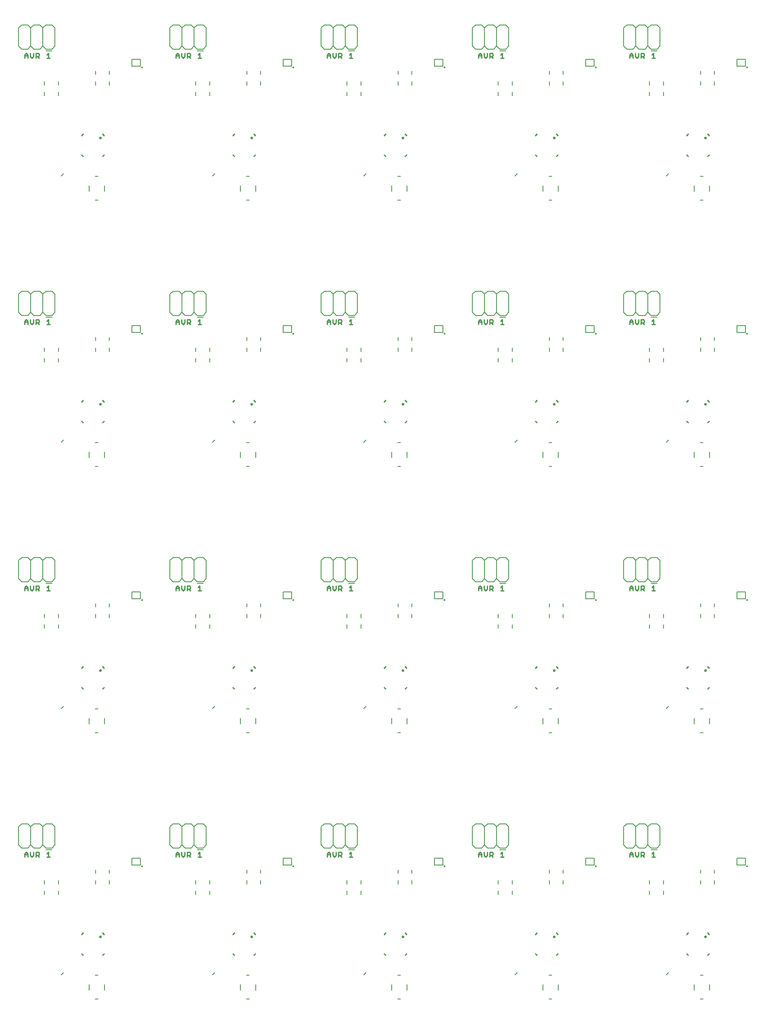
<source format=gbo>
G75*
G70*
%OFA0B0*%
%FSLAX24Y24*%
%IPPOS*%
%LPD*%
%AMOC8*
5,1,8,0,0,1.08239X$1,22.5*
%
%ADD10C,0.0090*%
%ADD11C,0.0080*%
%ADD12C,0.0100*%
D10*
X001650Y018026D02*
X001650Y018300D01*
X001787Y018437D01*
X001924Y018300D01*
X001924Y018026D01*
X001924Y018232D02*
X001650Y018232D01*
X002111Y018163D02*
X002247Y018026D01*
X002384Y018163D01*
X002384Y018437D01*
X002571Y018437D02*
X002776Y018437D01*
X002845Y018368D01*
X002845Y018232D01*
X002776Y018163D01*
X002571Y018163D01*
X002571Y018026D02*
X002571Y018437D01*
X002708Y018163D02*
X002845Y018026D01*
X003492Y018026D02*
X003765Y018026D01*
X003629Y018026D02*
X003629Y018437D01*
X003492Y018300D01*
X002111Y018437D02*
X002111Y018163D01*
X014150Y018232D02*
X014424Y018232D01*
X014424Y018300D02*
X014424Y018026D01*
X014611Y018163D02*
X014747Y018026D01*
X014884Y018163D01*
X014884Y018437D01*
X015071Y018437D02*
X015276Y018437D01*
X015345Y018368D01*
X015345Y018232D01*
X015276Y018163D01*
X015071Y018163D01*
X015071Y018026D02*
X015071Y018437D01*
X015208Y018163D02*
X015345Y018026D01*
X015992Y018026D02*
X016265Y018026D01*
X016129Y018026D02*
X016129Y018437D01*
X015992Y018300D01*
X014611Y018437D02*
X014611Y018163D01*
X014424Y018300D02*
X014287Y018437D01*
X014150Y018300D01*
X014150Y018026D01*
X026650Y018026D02*
X026650Y018300D01*
X026787Y018437D01*
X026924Y018300D01*
X026924Y018026D01*
X026924Y018232D02*
X026650Y018232D01*
X027111Y018163D02*
X027247Y018026D01*
X027384Y018163D01*
X027384Y018437D01*
X027571Y018437D02*
X027776Y018437D01*
X027845Y018368D01*
X027845Y018232D01*
X027776Y018163D01*
X027571Y018163D01*
X027571Y018026D02*
X027571Y018437D01*
X027708Y018163D02*
X027845Y018026D01*
X028492Y018026D02*
X028765Y018026D01*
X028629Y018026D02*
X028629Y018437D01*
X028492Y018300D01*
X027111Y018437D02*
X027111Y018163D01*
X039150Y018232D02*
X039424Y018232D01*
X039424Y018300D02*
X039424Y018026D01*
X039611Y018163D02*
X039747Y018026D01*
X039884Y018163D01*
X039884Y018437D01*
X040071Y018437D02*
X040276Y018437D01*
X040345Y018368D01*
X040345Y018232D01*
X040276Y018163D01*
X040071Y018163D01*
X040071Y018026D02*
X040071Y018437D01*
X040208Y018163D02*
X040345Y018026D01*
X040992Y018026D02*
X041265Y018026D01*
X041129Y018026D02*
X041129Y018437D01*
X040992Y018300D01*
X039611Y018437D02*
X039611Y018163D01*
X039424Y018300D02*
X039287Y018437D01*
X039150Y018300D01*
X039150Y018026D01*
X051650Y018026D02*
X051650Y018300D01*
X051787Y018437D01*
X051924Y018300D01*
X051924Y018026D01*
X051924Y018232D02*
X051650Y018232D01*
X052111Y018163D02*
X052247Y018026D01*
X052384Y018163D01*
X052384Y018437D01*
X052571Y018437D02*
X052776Y018437D01*
X052845Y018368D01*
X052845Y018232D01*
X052776Y018163D01*
X052571Y018163D01*
X052571Y018026D02*
X052571Y018437D01*
X052708Y018163D02*
X052845Y018026D01*
X053492Y018026D02*
X053765Y018026D01*
X053629Y018026D02*
X053629Y018437D01*
X053492Y018300D01*
X052111Y018437D02*
X052111Y018163D01*
X052247Y040026D02*
X052111Y040163D01*
X052111Y040437D01*
X051924Y040300D02*
X051787Y040437D01*
X051650Y040300D01*
X051650Y040026D01*
X051650Y040232D02*
X051924Y040232D01*
X051924Y040300D02*
X051924Y040026D01*
X052247Y040026D02*
X052384Y040163D01*
X052384Y040437D01*
X052571Y040437D02*
X052776Y040437D01*
X052845Y040368D01*
X052845Y040232D01*
X052776Y040163D01*
X052571Y040163D01*
X052571Y040026D02*
X052571Y040437D01*
X052708Y040163D02*
X052845Y040026D01*
X053492Y040026D02*
X053765Y040026D01*
X053629Y040026D02*
X053629Y040437D01*
X053492Y040300D01*
X041265Y040026D02*
X040992Y040026D01*
X041129Y040026D02*
X041129Y040437D01*
X040992Y040300D01*
X040345Y040368D02*
X040276Y040437D01*
X040071Y040437D01*
X040071Y040026D01*
X040071Y040163D02*
X040276Y040163D01*
X040345Y040232D01*
X040345Y040368D01*
X040208Y040163D02*
X040345Y040026D01*
X039884Y040163D02*
X039884Y040437D01*
X039611Y040437D02*
X039611Y040163D01*
X039747Y040026D01*
X039884Y040163D01*
X039424Y040232D02*
X039150Y040232D01*
X039150Y040300D02*
X039287Y040437D01*
X039424Y040300D01*
X039424Y040026D01*
X039150Y040026D02*
X039150Y040300D01*
X028765Y040026D02*
X028492Y040026D01*
X028629Y040026D02*
X028629Y040437D01*
X028492Y040300D01*
X027845Y040368D02*
X027776Y040437D01*
X027571Y040437D01*
X027571Y040026D01*
X027571Y040163D02*
X027776Y040163D01*
X027845Y040232D01*
X027845Y040368D01*
X027708Y040163D02*
X027845Y040026D01*
X027384Y040163D02*
X027384Y040437D01*
X027111Y040437D02*
X027111Y040163D01*
X027247Y040026D01*
X027384Y040163D01*
X026924Y040232D02*
X026650Y040232D01*
X026650Y040300D02*
X026787Y040437D01*
X026924Y040300D01*
X026924Y040026D01*
X026650Y040026D02*
X026650Y040300D01*
X016265Y040026D02*
X015992Y040026D01*
X016129Y040026D02*
X016129Y040437D01*
X015992Y040300D01*
X015345Y040368D02*
X015276Y040437D01*
X015071Y040437D01*
X015071Y040026D01*
X015071Y040163D02*
X015276Y040163D01*
X015345Y040232D01*
X015345Y040368D01*
X015208Y040163D02*
X015345Y040026D01*
X014884Y040163D02*
X014884Y040437D01*
X014611Y040437D02*
X014611Y040163D01*
X014747Y040026D01*
X014884Y040163D01*
X014424Y040232D02*
X014150Y040232D01*
X014150Y040300D02*
X014287Y040437D01*
X014424Y040300D01*
X014424Y040026D01*
X014150Y040026D02*
X014150Y040300D01*
X003765Y040026D02*
X003492Y040026D01*
X003629Y040026D02*
X003629Y040437D01*
X003492Y040300D01*
X002845Y040368D02*
X002776Y040437D01*
X002571Y040437D01*
X002571Y040026D01*
X002571Y040163D02*
X002776Y040163D01*
X002845Y040232D01*
X002845Y040368D01*
X002708Y040163D02*
X002845Y040026D01*
X002384Y040163D02*
X002384Y040437D01*
X002111Y040437D02*
X002111Y040163D01*
X002247Y040026D01*
X002384Y040163D01*
X001924Y040232D02*
X001650Y040232D01*
X001650Y040300D02*
X001787Y040437D01*
X001924Y040300D01*
X001924Y040026D01*
X001650Y040026D02*
X001650Y040300D01*
X001650Y062026D02*
X001650Y062300D01*
X001787Y062437D01*
X001924Y062300D01*
X001924Y062026D01*
X001924Y062232D02*
X001650Y062232D01*
X002111Y062163D02*
X002111Y062437D01*
X002384Y062437D02*
X002384Y062163D01*
X002247Y062026D01*
X002111Y062163D01*
X002571Y062163D02*
X002776Y062163D01*
X002845Y062232D01*
X002845Y062368D01*
X002776Y062437D01*
X002571Y062437D01*
X002571Y062026D01*
X002708Y062163D02*
X002845Y062026D01*
X003492Y062026D02*
X003765Y062026D01*
X003629Y062026D02*
X003629Y062437D01*
X003492Y062300D01*
X014150Y062300D02*
X014287Y062437D01*
X014424Y062300D01*
X014424Y062026D01*
X014424Y062232D02*
X014150Y062232D01*
X014150Y062300D02*
X014150Y062026D01*
X014611Y062163D02*
X014611Y062437D01*
X014884Y062437D02*
X014884Y062163D01*
X014747Y062026D01*
X014611Y062163D01*
X015071Y062163D02*
X015276Y062163D01*
X015345Y062232D01*
X015345Y062368D01*
X015276Y062437D01*
X015071Y062437D01*
X015071Y062026D01*
X015208Y062163D02*
X015345Y062026D01*
X015992Y062026D02*
X016265Y062026D01*
X016129Y062026D02*
X016129Y062437D01*
X015992Y062300D01*
X026650Y062300D02*
X026787Y062437D01*
X026924Y062300D01*
X026924Y062026D01*
X026924Y062232D02*
X026650Y062232D01*
X026650Y062300D02*
X026650Y062026D01*
X027111Y062163D02*
X027111Y062437D01*
X027384Y062437D02*
X027384Y062163D01*
X027247Y062026D01*
X027111Y062163D01*
X027571Y062163D02*
X027776Y062163D01*
X027845Y062232D01*
X027845Y062368D01*
X027776Y062437D01*
X027571Y062437D01*
X027571Y062026D01*
X027708Y062163D02*
X027845Y062026D01*
X028492Y062026D02*
X028765Y062026D01*
X028629Y062026D02*
X028629Y062437D01*
X028492Y062300D01*
X039150Y062300D02*
X039287Y062437D01*
X039424Y062300D01*
X039424Y062026D01*
X039424Y062232D02*
X039150Y062232D01*
X039150Y062300D02*
X039150Y062026D01*
X039611Y062163D02*
X039611Y062437D01*
X039884Y062437D02*
X039884Y062163D01*
X039747Y062026D01*
X039611Y062163D01*
X040071Y062163D02*
X040276Y062163D01*
X040345Y062232D01*
X040345Y062368D01*
X040276Y062437D01*
X040071Y062437D01*
X040071Y062026D01*
X040208Y062163D02*
X040345Y062026D01*
X040992Y062026D02*
X041265Y062026D01*
X041129Y062026D02*
X041129Y062437D01*
X040992Y062300D01*
X051650Y062300D02*
X051787Y062437D01*
X051924Y062300D01*
X051924Y062026D01*
X051924Y062232D02*
X051650Y062232D01*
X051650Y062300D02*
X051650Y062026D01*
X052111Y062163D02*
X052247Y062026D01*
X052384Y062163D01*
X052384Y062437D01*
X052571Y062437D02*
X052776Y062437D01*
X052845Y062368D01*
X052845Y062232D01*
X052776Y062163D01*
X052571Y062163D01*
X052571Y062026D02*
X052571Y062437D01*
X052708Y062163D02*
X052845Y062026D01*
X053492Y062026D02*
X053765Y062026D01*
X053629Y062026D02*
X053629Y062437D01*
X053492Y062300D01*
X052111Y062437D02*
X052111Y062163D01*
X052247Y084026D02*
X052111Y084163D01*
X052111Y084437D01*
X051924Y084300D02*
X051787Y084437D01*
X051650Y084300D01*
X051650Y084026D01*
X051650Y084232D02*
X051924Y084232D01*
X051924Y084300D02*
X051924Y084026D01*
X052247Y084026D02*
X052384Y084163D01*
X052384Y084437D01*
X052571Y084437D02*
X052776Y084437D01*
X052845Y084368D01*
X052845Y084232D01*
X052776Y084163D01*
X052571Y084163D01*
X052571Y084026D02*
X052571Y084437D01*
X052708Y084163D02*
X052845Y084026D01*
X053492Y084026D02*
X053765Y084026D01*
X053629Y084026D02*
X053629Y084437D01*
X053492Y084300D01*
X041265Y084026D02*
X040992Y084026D01*
X041129Y084026D02*
X041129Y084437D01*
X040992Y084300D01*
X040345Y084368D02*
X040345Y084232D01*
X040276Y084163D01*
X040071Y084163D01*
X040071Y084026D02*
X040071Y084437D01*
X040276Y084437D01*
X040345Y084368D01*
X040208Y084163D02*
X040345Y084026D01*
X039884Y084163D02*
X039884Y084437D01*
X039611Y084437D02*
X039611Y084163D01*
X039747Y084026D01*
X039884Y084163D01*
X039424Y084232D02*
X039150Y084232D01*
X039150Y084300D02*
X039287Y084437D01*
X039424Y084300D01*
X039424Y084026D01*
X039150Y084026D02*
X039150Y084300D01*
X028765Y084026D02*
X028492Y084026D01*
X028629Y084026D02*
X028629Y084437D01*
X028492Y084300D01*
X027845Y084368D02*
X027845Y084232D01*
X027776Y084163D01*
X027571Y084163D01*
X027571Y084026D02*
X027571Y084437D01*
X027776Y084437D01*
X027845Y084368D01*
X027708Y084163D02*
X027845Y084026D01*
X027384Y084163D02*
X027384Y084437D01*
X027111Y084437D02*
X027111Y084163D01*
X027247Y084026D01*
X027384Y084163D01*
X026924Y084232D02*
X026650Y084232D01*
X026650Y084300D02*
X026787Y084437D01*
X026924Y084300D01*
X026924Y084026D01*
X026650Y084026D02*
X026650Y084300D01*
X016265Y084026D02*
X015992Y084026D01*
X016129Y084026D02*
X016129Y084437D01*
X015992Y084300D01*
X015345Y084368D02*
X015345Y084232D01*
X015276Y084163D01*
X015071Y084163D01*
X015071Y084026D02*
X015071Y084437D01*
X015276Y084437D01*
X015345Y084368D01*
X015208Y084163D02*
X015345Y084026D01*
X014884Y084163D02*
X014884Y084437D01*
X014611Y084437D02*
X014611Y084163D01*
X014747Y084026D01*
X014884Y084163D01*
X014424Y084232D02*
X014150Y084232D01*
X014150Y084300D02*
X014287Y084437D01*
X014424Y084300D01*
X014424Y084026D01*
X014150Y084026D02*
X014150Y084300D01*
X003765Y084026D02*
X003492Y084026D01*
X003629Y084026D02*
X003629Y084437D01*
X003492Y084300D01*
X002845Y084368D02*
X002845Y084232D01*
X002776Y084163D01*
X002571Y084163D01*
X002571Y084026D02*
X002571Y084437D01*
X002776Y084437D01*
X002845Y084368D01*
X002708Y084163D02*
X002845Y084026D01*
X002384Y084163D02*
X002384Y084437D01*
X002111Y084437D02*
X002111Y084163D01*
X002247Y084026D01*
X002384Y084163D01*
X001924Y084232D02*
X001650Y084232D01*
X001650Y084300D02*
X001787Y084437D01*
X001924Y084300D01*
X001924Y084026D01*
X001650Y084026D02*
X001650Y084300D01*
D11*
X004868Y008489D02*
X004671Y008292D01*
X006979Y007498D02*
X006979Y007025D01*
X007491Y006277D02*
X007727Y006277D01*
X008239Y007025D02*
X008239Y007498D01*
X007727Y008246D02*
X007491Y008246D01*
X004436Y014921D02*
X004436Y015207D01*
X004436Y015796D02*
X004436Y016082D01*
X003275Y016082D02*
X003275Y015796D01*
X003275Y015207D02*
X003275Y014921D01*
X003415Y018630D02*
X003915Y018630D01*
X003915Y018761D02*
X003415Y018761D01*
X003165Y019011D01*
X003165Y020511D01*
X002915Y020761D01*
X002415Y020761D01*
X002165Y020511D01*
X002165Y019011D01*
X001915Y018761D01*
X001415Y018761D01*
X001165Y019011D01*
X001165Y020511D01*
X001415Y020761D01*
X001915Y020761D01*
X002165Y020511D01*
X003165Y020511D02*
X003415Y020761D01*
X003915Y020761D01*
X004165Y020511D01*
X004165Y019011D01*
X003915Y018761D01*
X003165Y019011D02*
X002915Y018761D01*
X002415Y018761D01*
X002165Y019011D01*
X007505Y016962D02*
X007505Y016676D01*
X007505Y016087D02*
X007505Y015801D01*
X008666Y015801D02*
X008666Y016087D01*
X008666Y016676D02*
X008666Y016962D01*
X010514Y017356D02*
X010514Y017907D01*
X011206Y017907D01*
X011206Y017356D01*
X010514Y017356D01*
X011309Y017257D02*
X011311Y017269D01*
X011316Y017280D01*
X011325Y017289D01*
X011336Y017294D01*
X011348Y017296D01*
X011360Y017294D01*
X011371Y017289D01*
X011380Y017280D01*
X011385Y017269D01*
X011387Y017257D01*
X011385Y017245D01*
X011380Y017234D01*
X011371Y017225D01*
X011360Y017220D01*
X011348Y017218D01*
X011336Y017220D01*
X011325Y017225D01*
X011316Y017234D01*
X011311Y017245D01*
X011309Y017257D01*
X013665Y019011D02*
X013665Y020511D01*
X013915Y020761D01*
X014415Y020761D01*
X014665Y020511D01*
X014665Y019011D01*
X014415Y018761D01*
X013915Y018761D01*
X013665Y019011D01*
X014665Y019011D02*
X014915Y018761D01*
X015415Y018761D01*
X015665Y019011D01*
X015665Y020511D01*
X015415Y020761D01*
X014915Y020761D01*
X014665Y020511D01*
X015665Y020511D02*
X015915Y020761D01*
X016415Y020761D01*
X016665Y020511D01*
X016665Y019011D01*
X016415Y018761D01*
X015915Y018761D01*
X015665Y019011D01*
X015915Y018630D02*
X016415Y018630D01*
X016936Y016082D02*
X016936Y015796D01*
X016936Y015207D02*
X016936Y014921D01*
X015775Y014921D02*
X015775Y015207D01*
X015775Y015796D02*
X015775Y016082D01*
X020005Y016087D02*
X020005Y015801D01*
X020005Y016676D02*
X020005Y016962D01*
X021166Y016962D02*
X021166Y016676D01*
X021166Y016087D02*
X021166Y015801D01*
X023014Y017356D02*
X023014Y017907D01*
X023706Y017907D01*
X023706Y017356D01*
X023014Y017356D01*
X023809Y017257D02*
X023811Y017269D01*
X023816Y017280D01*
X023825Y017289D01*
X023836Y017294D01*
X023848Y017296D01*
X023860Y017294D01*
X023871Y017289D01*
X023880Y017280D01*
X023885Y017269D01*
X023887Y017257D01*
X023885Y017245D01*
X023880Y017234D01*
X023871Y017225D01*
X023860Y017220D01*
X023848Y017218D01*
X023836Y017220D01*
X023825Y017225D01*
X023816Y017234D01*
X023811Y017245D01*
X023809Y017257D01*
X026165Y019011D02*
X026165Y020511D01*
X026415Y020761D01*
X026915Y020761D01*
X027165Y020511D01*
X027165Y019011D01*
X026915Y018761D01*
X026415Y018761D01*
X026165Y019011D01*
X027165Y019011D02*
X027415Y018761D01*
X027915Y018761D01*
X028165Y019011D01*
X028165Y020511D01*
X027915Y020761D01*
X027415Y020761D01*
X027165Y020511D01*
X028165Y020511D02*
X028415Y020761D01*
X028915Y020761D01*
X029165Y020511D01*
X029165Y019011D01*
X028915Y018761D01*
X028415Y018761D01*
X028165Y019011D01*
X028415Y018630D02*
X028915Y018630D01*
X029436Y016082D02*
X029436Y015796D01*
X029436Y015207D02*
X029436Y014921D01*
X028275Y014921D02*
X028275Y015207D01*
X028275Y015796D02*
X028275Y016082D01*
X032505Y016087D02*
X032505Y015801D01*
X032505Y016676D02*
X032505Y016962D01*
X033666Y016962D02*
X033666Y016676D01*
X033666Y016087D02*
X033666Y015801D01*
X035514Y017356D02*
X035514Y017907D01*
X036206Y017907D01*
X036206Y017356D01*
X035514Y017356D01*
X036309Y017257D02*
X036311Y017269D01*
X036316Y017280D01*
X036325Y017289D01*
X036336Y017294D01*
X036348Y017296D01*
X036360Y017294D01*
X036371Y017289D01*
X036380Y017280D01*
X036385Y017269D01*
X036387Y017257D01*
X036385Y017245D01*
X036380Y017234D01*
X036371Y017225D01*
X036360Y017220D01*
X036348Y017218D01*
X036336Y017220D01*
X036325Y017225D01*
X036316Y017234D01*
X036311Y017245D01*
X036309Y017257D01*
X038665Y019011D02*
X038665Y020511D01*
X038915Y020761D01*
X039415Y020761D01*
X039665Y020511D01*
X039665Y019011D01*
X039415Y018761D01*
X038915Y018761D01*
X038665Y019011D01*
X039665Y019011D02*
X039915Y018761D01*
X040415Y018761D01*
X040665Y019011D01*
X040665Y020511D01*
X040415Y020761D01*
X039915Y020761D01*
X039665Y020511D01*
X040665Y020511D02*
X040915Y020761D01*
X041415Y020761D01*
X041665Y020511D01*
X041665Y019011D01*
X041415Y018761D01*
X040915Y018761D01*
X040665Y019011D01*
X040915Y018630D02*
X041415Y018630D01*
X041936Y016082D02*
X041936Y015796D01*
X041936Y015207D02*
X041936Y014921D01*
X040775Y014921D02*
X040775Y015207D01*
X040775Y015796D02*
X040775Y016082D01*
X045005Y016087D02*
X045005Y015801D01*
X045005Y016676D02*
X045005Y016962D01*
X046166Y016962D02*
X046166Y016676D01*
X046166Y016087D02*
X046166Y015801D01*
X048014Y017356D02*
X048014Y017907D01*
X048706Y017907D01*
X048706Y017356D01*
X048014Y017356D01*
X048809Y017257D02*
X048811Y017269D01*
X048816Y017280D01*
X048825Y017289D01*
X048836Y017294D01*
X048848Y017296D01*
X048860Y017294D01*
X048871Y017289D01*
X048880Y017280D01*
X048885Y017269D01*
X048887Y017257D01*
X048885Y017245D01*
X048880Y017234D01*
X048871Y017225D01*
X048860Y017220D01*
X048848Y017218D01*
X048836Y017220D01*
X048825Y017225D01*
X048816Y017234D01*
X048811Y017245D01*
X048809Y017257D01*
X051165Y019011D02*
X051165Y020511D01*
X051415Y020761D01*
X051915Y020761D01*
X052165Y020511D01*
X052165Y019011D01*
X051915Y018761D01*
X051415Y018761D01*
X051165Y019011D01*
X052165Y019011D02*
X052415Y018761D01*
X052915Y018761D01*
X053165Y019011D01*
X053165Y020511D01*
X052915Y020761D01*
X052415Y020761D01*
X052165Y020511D01*
X053165Y020511D02*
X053415Y020761D01*
X053915Y020761D01*
X054165Y020511D01*
X054165Y019011D01*
X053915Y018761D01*
X053415Y018761D01*
X053165Y019011D01*
X053415Y018630D02*
X053915Y018630D01*
X054436Y016082D02*
X054436Y015796D01*
X054436Y015207D02*
X054436Y014921D01*
X053275Y014921D02*
X053275Y015207D01*
X053275Y015796D02*
X053275Y016082D01*
X057505Y016087D02*
X057505Y015801D01*
X057505Y016676D02*
X057505Y016962D01*
X058666Y016962D02*
X058666Y016676D01*
X058666Y016087D02*
X058666Y015801D01*
X060514Y017356D02*
X060514Y017907D01*
X061206Y017907D01*
X061206Y017356D01*
X060514Y017356D01*
X061309Y017257D02*
X061311Y017269D01*
X061316Y017280D01*
X061325Y017289D01*
X061336Y017294D01*
X061348Y017296D01*
X061360Y017294D01*
X061371Y017289D01*
X061380Y017280D01*
X061385Y017269D01*
X061387Y017257D01*
X061385Y017245D01*
X061380Y017234D01*
X061371Y017225D01*
X061360Y017220D01*
X061348Y017218D01*
X061336Y017220D01*
X061325Y017225D01*
X061316Y017234D01*
X061311Y017245D01*
X061309Y017257D01*
X057727Y008246D02*
X057491Y008246D01*
X056979Y007498D02*
X056979Y007025D01*
X057491Y006277D02*
X057727Y006277D01*
X058239Y007025D02*
X058239Y007498D01*
X054868Y008489D02*
X054671Y008292D01*
X045739Y007498D02*
X045739Y007025D01*
X045227Y006277D02*
X044991Y006277D01*
X044479Y007025D02*
X044479Y007498D01*
X044991Y008246D02*
X045227Y008246D01*
X042368Y008489D02*
X042171Y008292D01*
X033239Y007498D02*
X033239Y007025D01*
X032727Y006277D02*
X032491Y006277D01*
X031979Y007025D02*
X031979Y007498D01*
X032491Y008246D02*
X032727Y008246D01*
X029868Y008489D02*
X029671Y008292D01*
X020739Y007498D02*
X020739Y007025D01*
X020227Y006277D02*
X019991Y006277D01*
X019479Y007025D02*
X019479Y007498D01*
X019991Y008246D02*
X020227Y008246D01*
X017368Y008489D02*
X017171Y008292D01*
X019991Y028277D02*
X020227Y028277D01*
X020739Y029025D02*
X020739Y029498D01*
X020227Y030246D02*
X019991Y030246D01*
X019479Y029498D02*
X019479Y029025D01*
X017368Y030489D02*
X017171Y030292D01*
X016936Y036921D02*
X016936Y037207D01*
X016936Y037796D02*
X016936Y038082D01*
X015775Y038082D02*
X015775Y037796D01*
X015775Y037207D02*
X015775Y036921D01*
X015915Y040630D02*
X016415Y040630D01*
X016415Y040761D02*
X015915Y040761D01*
X015665Y041011D01*
X015665Y042511D01*
X015415Y042761D01*
X014915Y042761D01*
X014665Y042511D01*
X014665Y041011D01*
X014415Y040761D01*
X013915Y040761D01*
X013665Y041011D01*
X013665Y042511D01*
X013915Y042761D01*
X014415Y042761D01*
X014665Y042511D01*
X015665Y042511D02*
X015915Y042761D01*
X016415Y042761D01*
X016665Y042511D01*
X016665Y041011D01*
X016415Y040761D01*
X015665Y041011D02*
X015415Y040761D01*
X014915Y040761D01*
X014665Y041011D01*
X011309Y039257D02*
X011311Y039269D01*
X011316Y039280D01*
X011325Y039289D01*
X011336Y039294D01*
X011348Y039296D01*
X011360Y039294D01*
X011371Y039289D01*
X011380Y039280D01*
X011385Y039269D01*
X011387Y039257D01*
X011385Y039245D01*
X011380Y039234D01*
X011371Y039225D01*
X011360Y039220D01*
X011348Y039218D01*
X011336Y039220D01*
X011325Y039225D01*
X011316Y039234D01*
X011311Y039245D01*
X011309Y039257D01*
X011206Y039356D02*
X010514Y039356D01*
X010514Y039907D01*
X011206Y039907D01*
X011206Y039356D01*
X008666Y038962D02*
X008666Y038676D01*
X008666Y038087D02*
X008666Y037801D01*
X007505Y037801D02*
X007505Y038087D01*
X007505Y038676D02*
X007505Y038962D01*
X004436Y038082D02*
X004436Y037796D01*
X004436Y037207D02*
X004436Y036921D01*
X003275Y036921D02*
X003275Y037207D01*
X003275Y037796D02*
X003275Y038082D01*
X003415Y040630D02*
X003915Y040630D01*
X003915Y040761D02*
X003415Y040761D01*
X003165Y041011D01*
X003165Y042511D01*
X002915Y042761D01*
X002415Y042761D01*
X002165Y042511D01*
X002165Y041011D01*
X001915Y040761D01*
X001415Y040761D01*
X001165Y041011D01*
X001165Y042511D01*
X001415Y042761D01*
X001915Y042761D01*
X002165Y042511D01*
X003165Y042511D02*
X003415Y042761D01*
X003915Y042761D01*
X004165Y042511D01*
X004165Y041011D01*
X003915Y040761D01*
X003165Y041011D02*
X002915Y040761D01*
X002415Y040761D01*
X002165Y041011D01*
X007491Y050277D02*
X007727Y050277D01*
X008239Y051025D02*
X008239Y051498D01*
X007727Y052246D02*
X007491Y052246D01*
X006979Y051498D02*
X006979Y051025D01*
X004868Y052489D02*
X004671Y052292D01*
X004436Y058921D02*
X004436Y059207D01*
X004436Y059796D02*
X004436Y060082D01*
X003275Y060082D02*
X003275Y059796D01*
X003275Y059207D02*
X003275Y058921D01*
X003415Y062630D02*
X003915Y062630D01*
X003915Y062761D02*
X003415Y062761D01*
X003165Y063011D01*
X003165Y064511D01*
X002915Y064761D01*
X002415Y064761D01*
X002165Y064511D01*
X002165Y063011D01*
X001915Y062761D01*
X001415Y062761D01*
X001165Y063011D01*
X001165Y064511D01*
X001415Y064761D01*
X001915Y064761D01*
X002165Y064511D01*
X003165Y064511D02*
X003415Y064761D01*
X003915Y064761D01*
X004165Y064511D01*
X004165Y063011D01*
X003915Y062761D01*
X003165Y063011D02*
X002915Y062761D01*
X002415Y062761D01*
X002165Y063011D01*
X007505Y060962D02*
X007505Y060676D01*
X007505Y060087D02*
X007505Y059801D01*
X008666Y059801D02*
X008666Y060087D01*
X008666Y060676D02*
X008666Y060962D01*
X010514Y061356D02*
X010514Y061907D01*
X011206Y061907D01*
X011206Y061356D01*
X010514Y061356D01*
X011309Y061257D02*
X011311Y061269D01*
X011316Y061280D01*
X011325Y061289D01*
X011336Y061294D01*
X011348Y061296D01*
X011360Y061294D01*
X011371Y061289D01*
X011380Y061280D01*
X011385Y061269D01*
X011387Y061257D01*
X011385Y061245D01*
X011380Y061234D01*
X011371Y061225D01*
X011360Y061220D01*
X011348Y061218D01*
X011336Y061220D01*
X011325Y061225D01*
X011316Y061234D01*
X011311Y061245D01*
X011309Y061257D01*
X013665Y063011D02*
X013665Y064511D01*
X013915Y064761D01*
X014415Y064761D01*
X014665Y064511D01*
X014665Y063011D01*
X014415Y062761D01*
X013915Y062761D01*
X013665Y063011D01*
X014665Y063011D02*
X014915Y062761D01*
X015415Y062761D01*
X015665Y063011D01*
X015665Y064511D01*
X015415Y064761D01*
X014915Y064761D01*
X014665Y064511D01*
X015665Y064511D02*
X015915Y064761D01*
X016415Y064761D01*
X016665Y064511D01*
X016665Y063011D01*
X016415Y062761D01*
X015915Y062761D01*
X015665Y063011D01*
X015915Y062630D02*
X016415Y062630D01*
X016936Y060082D02*
X016936Y059796D01*
X016936Y059207D02*
X016936Y058921D01*
X015775Y058921D02*
X015775Y059207D01*
X015775Y059796D02*
X015775Y060082D01*
X020005Y060087D02*
X020005Y059801D01*
X020005Y060676D02*
X020005Y060962D01*
X021166Y060962D02*
X021166Y060676D01*
X021166Y060087D02*
X021166Y059801D01*
X023014Y061356D02*
X023014Y061907D01*
X023706Y061907D01*
X023706Y061356D01*
X023014Y061356D01*
X023809Y061257D02*
X023811Y061269D01*
X023816Y061280D01*
X023825Y061289D01*
X023836Y061294D01*
X023848Y061296D01*
X023860Y061294D01*
X023871Y061289D01*
X023880Y061280D01*
X023885Y061269D01*
X023887Y061257D01*
X023885Y061245D01*
X023880Y061234D01*
X023871Y061225D01*
X023860Y061220D01*
X023848Y061218D01*
X023836Y061220D01*
X023825Y061225D01*
X023816Y061234D01*
X023811Y061245D01*
X023809Y061257D01*
X026165Y063011D02*
X026165Y064511D01*
X026415Y064761D01*
X026915Y064761D01*
X027165Y064511D01*
X027165Y063011D01*
X026915Y062761D01*
X026415Y062761D01*
X026165Y063011D01*
X027165Y063011D02*
X027415Y062761D01*
X027915Y062761D01*
X028165Y063011D01*
X028165Y064511D01*
X027915Y064761D01*
X027415Y064761D01*
X027165Y064511D01*
X028165Y064511D02*
X028415Y064761D01*
X028915Y064761D01*
X029165Y064511D01*
X029165Y063011D01*
X028915Y062761D01*
X028415Y062761D01*
X028165Y063011D01*
X028415Y062630D02*
X028915Y062630D01*
X029436Y060082D02*
X029436Y059796D01*
X029436Y059207D02*
X029436Y058921D01*
X028275Y058921D02*
X028275Y059207D01*
X028275Y059796D02*
X028275Y060082D01*
X032505Y060087D02*
X032505Y059801D01*
X032505Y060676D02*
X032505Y060962D01*
X033666Y060962D02*
X033666Y060676D01*
X033666Y060087D02*
X033666Y059801D01*
X035514Y061356D02*
X035514Y061907D01*
X036206Y061907D01*
X036206Y061356D01*
X035514Y061356D01*
X036309Y061257D02*
X036311Y061269D01*
X036316Y061280D01*
X036325Y061289D01*
X036336Y061294D01*
X036348Y061296D01*
X036360Y061294D01*
X036371Y061289D01*
X036380Y061280D01*
X036385Y061269D01*
X036387Y061257D01*
X036385Y061245D01*
X036380Y061234D01*
X036371Y061225D01*
X036360Y061220D01*
X036348Y061218D01*
X036336Y061220D01*
X036325Y061225D01*
X036316Y061234D01*
X036311Y061245D01*
X036309Y061257D01*
X038665Y063011D02*
X038665Y064511D01*
X038915Y064761D01*
X039415Y064761D01*
X039665Y064511D01*
X039665Y063011D01*
X039415Y062761D01*
X038915Y062761D01*
X038665Y063011D01*
X039665Y063011D02*
X039915Y062761D01*
X040415Y062761D01*
X040665Y063011D01*
X040665Y064511D01*
X040415Y064761D01*
X039915Y064761D01*
X039665Y064511D01*
X040665Y064511D02*
X040915Y064761D01*
X041415Y064761D01*
X041665Y064511D01*
X041665Y063011D01*
X041415Y062761D01*
X040915Y062761D01*
X040665Y063011D01*
X040915Y062630D02*
X041415Y062630D01*
X041936Y060082D02*
X041936Y059796D01*
X041936Y059207D02*
X041936Y058921D01*
X040775Y058921D02*
X040775Y059207D01*
X040775Y059796D02*
X040775Y060082D01*
X045005Y060087D02*
X045005Y059801D01*
X045005Y060676D02*
X045005Y060962D01*
X046166Y060962D02*
X046166Y060676D01*
X046166Y060087D02*
X046166Y059801D01*
X048014Y061356D02*
X048014Y061907D01*
X048706Y061907D01*
X048706Y061356D01*
X048014Y061356D01*
X048809Y061257D02*
X048811Y061269D01*
X048816Y061280D01*
X048825Y061289D01*
X048836Y061294D01*
X048848Y061296D01*
X048860Y061294D01*
X048871Y061289D01*
X048880Y061280D01*
X048885Y061269D01*
X048887Y061257D01*
X048885Y061245D01*
X048880Y061234D01*
X048871Y061225D01*
X048860Y061220D01*
X048848Y061218D01*
X048836Y061220D01*
X048825Y061225D01*
X048816Y061234D01*
X048811Y061245D01*
X048809Y061257D01*
X051165Y063011D02*
X051165Y064511D01*
X051415Y064761D01*
X051915Y064761D01*
X052165Y064511D01*
X052165Y063011D01*
X051915Y062761D01*
X051415Y062761D01*
X051165Y063011D01*
X052165Y063011D02*
X052415Y062761D01*
X052915Y062761D01*
X053165Y063011D01*
X053165Y064511D01*
X052915Y064761D01*
X052415Y064761D01*
X052165Y064511D01*
X053165Y064511D02*
X053415Y064761D01*
X053915Y064761D01*
X054165Y064511D01*
X054165Y063011D01*
X053915Y062761D01*
X053415Y062761D01*
X053165Y063011D01*
X053415Y062630D02*
X053915Y062630D01*
X054436Y060082D02*
X054436Y059796D01*
X054436Y059207D02*
X054436Y058921D01*
X053275Y058921D02*
X053275Y059207D01*
X053275Y059796D02*
X053275Y060082D01*
X057505Y060087D02*
X057505Y059801D01*
X057505Y060676D02*
X057505Y060962D01*
X058666Y060962D02*
X058666Y060676D01*
X058666Y060087D02*
X058666Y059801D01*
X060514Y061356D02*
X060514Y061907D01*
X061206Y061907D01*
X061206Y061356D01*
X060514Y061356D01*
X061309Y061257D02*
X061311Y061269D01*
X061316Y061280D01*
X061325Y061289D01*
X061336Y061294D01*
X061348Y061296D01*
X061360Y061294D01*
X061371Y061289D01*
X061380Y061280D01*
X061385Y061269D01*
X061387Y061257D01*
X061385Y061245D01*
X061380Y061234D01*
X061371Y061225D01*
X061360Y061220D01*
X061348Y061218D01*
X061336Y061220D01*
X061325Y061225D01*
X061316Y061234D01*
X061311Y061245D01*
X061309Y061257D01*
X057727Y052246D02*
X057491Y052246D01*
X056979Y051498D02*
X056979Y051025D01*
X057491Y050277D02*
X057727Y050277D01*
X058239Y051025D02*
X058239Y051498D01*
X054868Y052489D02*
X054671Y052292D01*
X053915Y042761D02*
X053415Y042761D01*
X053165Y042511D01*
X053165Y041011D01*
X052915Y040761D01*
X052415Y040761D01*
X052165Y041011D01*
X052165Y042511D01*
X051915Y042761D01*
X051415Y042761D01*
X051165Y042511D01*
X051165Y041011D01*
X051415Y040761D01*
X051915Y040761D01*
X052165Y041011D01*
X053165Y041011D02*
X053415Y040761D01*
X053915Y040761D01*
X054165Y041011D01*
X054165Y042511D01*
X053915Y042761D01*
X053165Y042511D02*
X052915Y042761D01*
X052415Y042761D01*
X052165Y042511D01*
X053415Y040630D02*
X053915Y040630D01*
X054436Y038082D02*
X054436Y037796D01*
X054436Y037207D02*
X054436Y036921D01*
X053275Y036921D02*
X053275Y037207D01*
X053275Y037796D02*
X053275Y038082D01*
X057505Y038087D02*
X057505Y037801D01*
X057505Y038676D02*
X057505Y038962D01*
X058666Y038962D02*
X058666Y038676D01*
X058666Y038087D02*
X058666Y037801D01*
X060514Y039356D02*
X060514Y039907D01*
X061206Y039907D01*
X061206Y039356D01*
X060514Y039356D01*
X061309Y039257D02*
X061311Y039269D01*
X061316Y039280D01*
X061325Y039289D01*
X061336Y039294D01*
X061348Y039296D01*
X061360Y039294D01*
X061371Y039289D01*
X061380Y039280D01*
X061385Y039269D01*
X061387Y039257D01*
X061385Y039245D01*
X061380Y039234D01*
X061371Y039225D01*
X061360Y039220D01*
X061348Y039218D01*
X061336Y039220D01*
X061325Y039225D01*
X061316Y039234D01*
X061311Y039245D01*
X061309Y039257D01*
X057727Y030246D02*
X057491Y030246D01*
X056979Y029498D02*
X056979Y029025D01*
X057491Y028277D02*
X057727Y028277D01*
X058239Y029025D02*
X058239Y029498D01*
X054868Y030489D02*
X054671Y030292D01*
X048809Y039257D02*
X048811Y039269D01*
X048816Y039280D01*
X048825Y039289D01*
X048836Y039294D01*
X048848Y039296D01*
X048860Y039294D01*
X048871Y039289D01*
X048880Y039280D01*
X048885Y039269D01*
X048887Y039257D01*
X048885Y039245D01*
X048880Y039234D01*
X048871Y039225D01*
X048860Y039220D01*
X048848Y039218D01*
X048836Y039220D01*
X048825Y039225D01*
X048816Y039234D01*
X048811Y039245D01*
X048809Y039257D01*
X048706Y039356D02*
X048014Y039356D01*
X048014Y039907D01*
X048706Y039907D01*
X048706Y039356D01*
X046166Y038962D02*
X046166Y038676D01*
X046166Y038087D02*
X046166Y037801D01*
X045005Y037801D02*
X045005Y038087D01*
X045005Y038676D02*
X045005Y038962D01*
X041936Y038082D02*
X041936Y037796D01*
X041936Y037207D02*
X041936Y036921D01*
X040775Y036921D02*
X040775Y037207D01*
X040775Y037796D02*
X040775Y038082D01*
X040915Y040630D02*
X041415Y040630D01*
X041415Y040761D02*
X040915Y040761D01*
X040665Y041011D01*
X040665Y042511D01*
X040415Y042761D01*
X039915Y042761D01*
X039665Y042511D01*
X039665Y041011D01*
X039415Y040761D01*
X038915Y040761D01*
X038665Y041011D01*
X038665Y042511D01*
X038915Y042761D01*
X039415Y042761D01*
X039665Y042511D01*
X040665Y042511D02*
X040915Y042761D01*
X041415Y042761D01*
X041665Y042511D01*
X041665Y041011D01*
X041415Y040761D01*
X040665Y041011D02*
X040415Y040761D01*
X039915Y040761D01*
X039665Y041011D01*
X036206Y039907D02*
X036206Y039356D01*
X035514Y039356D01*
X035514Y039907D01*
X036206Y039907D01*
X036309Y039257D02*
X036311Y039269D01*
X036316Y039280D01*
X036325Y039289D01*
X036336Y039294D01*
X036348Y039296D01*
X036360Y039294D01*
X036371Y039289D01*
X036380Y039280D01*
X036385Y039269D01*
X036387Y039257D01*
X036385Y039245D01*
X036380Y039234D01*
X036371Y039225D01*
X036360Y039220D01*
X036348Y039218D01*
X036336Y039220D01*
X036325Y039225D01*
X036316Y039234D01*
X036311Y039245D01*
X036309Y039257D01*
X033666Y038962D02*
X033666Y038676D01*
X033666Y038087D02*
X033666Y037801D01*
X032505Y037801D02*
X032505Y038087D01*
X032505Y038676D02*
X032505Y038962D01*
X029436Y038082D02*
X029436Y037796D01*
X029436Y037207D02*
X029436Y036921D01*
X028275Y036921D02*
X028275Y037207D01*
X028275Y037796D02*
X028275Y038082D01*
X028415Y040630D02*
X028915Y040630D01*
X028915Y040761D02*
X028415Y040761D01*
X028165Y041011D01*
X028165Y042511D01*
X027915Y042761D01*
X027415Y042761D01*
X027165Y042511D01*
X027165Y041011D01*
X026915Y040761D01*
X026415Y040761D01*
X026165Y041011D01*
X026165Y042511D01*
X026415Y042761D01*
X026915Y042761D01*
X027165Y042511D01*
X028165Y042511D02*
X028415Y042761D01*
X028915Y042761D01*
X029165Y042511D01*
X029165Y041011D01*
X028915Y040761D01*
X028165Y041011D02*
X027915Y040761D01*
X027415Y040761D01*
X027165Y041011D01*
X023706Y039907D02*
X023706Y039356D01*
X023014Y039356D01*
X023014Y039907D01*
X023706Y039907D01*
X023809Y039257D02*
X023811Y039269D01*
X023816Y039280D01*
X023825Y039289D01*
X023836Y039294D01*
X023848Y039296D01*
X023860Y039294D01*
X023871Y039289D01*
X023880Y039280D01*
X023885Y039269D01*
X023887Y039257D01*
X023885Y039245D01*
X023880Y039234D01*
X023871Y039225D01*
X023860Y039220D01*
X023848Y039218D01*
X023836Y039220D01*
X023825Y039225D01*
X023816Y039234D01*
X023811Y039245D01*
X023809Y039257D01*
X021166Y038962D02*
X021166Y038676D01*
X021166Y038087D02*
X021166Y037801D01*
X020005Y037801D02*
X020005Y038087D01*
X020005Y038676D02*
X020005Y038962D01*
X019991Y050277D02*
X020227Y050277D01*
X020739Y051025D02*
X020739Y051498D01*
X020227Y052246D02*
X019991Y052246D01*
X019479Y051498D02*
X019479Y051025D01*
X017368Y052489D02*
X017171Y052292D01*
X029671Y052292D02*
X029868Y052489D01*
X031979Y051498D02*
X031979Y051025D01*
X032491Y050277D02*
X032727Y050277D01*
X033239Y051025D02*
X033239Y051498D01*
X032727Y052246D02*
X032491Y052246D01*
X042171Y052292D02*
X042368Y052489D01*
X044479Y051498D02*
X044479Y051025D01*
X044991Y050277D02*
X045227Y050277D01*
X045739Y051025D02*
X045739Y051498D01*
X045227Y052246D02*
X044991Y052246D01*
X044991Y072277D02*
X045227Y072277D01*
X045739Y073025D02*
X045739Y073498D01*
X045227Y074246D02*
X044991Y074246D01*
X044479Y073498D02*
X044479Y073025D01*
X042368Y074489D02*
X042171Y074292D01*
X041936Y080921D02*
X041936Y081207D01*
X041936Y081796D02*
X041936Y082082D01*
X040775Y082082D02*
X040775Y081796D01*
X040775Y081207D02*
X040775Y080921D01*
X040915Y084630D02*
X041415Y084630D01*
X041415Y084761D02*
X040915Y084761D01*
X040665Y085011D01*
X040665Y086511D01*
X040415Y086761D01*
X039915Y086761D01*
X039665Y086511D01*
X039665Y085011D01*
X039415Y084761D01*
X038915Y084761D01*
X038665Y085011D01*
X038665Y086511D01*
X038915Y086761D01*
X039415Y086761D01*
X039665Y086511D01*
X040665Y086511D02*
X040915Y086761D01*
X041415Y086761D01*
X041665Y086511D01*
X041665Y085011D01*
X041415Y084761D01*
X040665Y085011D02*
X040415Y084761D01*
X039915Y084761D01*
X039665Y085011D01*
X036206Y083907D02*
X036206Y083356D01*
X035514Y083356D01*
X035514Y083907D01*
X036206Y083907D01*
X036309Y083257D02*
X036311Y083269D01*
X036316Y083280D01*
X036325Y083289D01*
X036336Y083294D01*
X036348Y083296D01*
X036360Y083294D01*
X036371Y083289D01*
X036380Y083280D01*
X036385Y083269D01*
X036387Y083257D01*
X036385Y083245D01*
X036380Y083234D01*
X036371Y083225D01*
X036360Y083220D01*
X036348Y083218D01*
X036336Y083220D01*
X036325Y083225D01*
X036316Y083234D01*
X036311Y083245D01*
X036309Y083257D01*
X033666Y082962D02*
X033666Y082676D01*
X033666Y082087D02*
X033666Y081801D01*
X032505Y081801D02*
X032505Y082087D01*
X032505Y082676D02*
X032505Y082962D01*
X029436Y082082D02*
X029436Y081796D01*
X029436Y081207D02*
X029436Y080921D01*
X028275Y080921D02*
X028275Y081207D01*
X028275Y081796D02*
X028275Y082082D01*
X028415Y084630D02*
X028915Y084630D01*
X028915Y084761D02*
X028415Y084761D01*
X028165Y085011D01*
X028165Y086511D01*
X027915Y086761D01*
X027415Y086761D01*
X027165Y086511D01*
X027165Y085011D01*
X026915Y084761D01*
X026415Y084761D01*
X026165Y085011D01*
X026165Y086511D01*
X026415Y086761D01*
X026915Y086761D01*
X027165Y086511D01*
X028165Y086511D02*
X028415Y086761D01*
X028915Y086761D01*
X029165Y086511D01*
X029165Y085011D01*
X028915Y084761D01*
X028165Y085011D02*
X027915Y084761D01*
X027415Y084761D01*
X027165Y085011D01*
X023706Y083907D02*
X023706Y083356D01*
X023014Y083356D01*
X023014Y083907D01*
X023706Y083907D01*
X023809Y083257D02*
X023811Y083269D01*
X023816Y083280D01*
X023825Y083289D01*
X023836Y083294D01*
X023848Y083296D01*
X023860Y083294D01*
X023871Y083289D01*
X023880Y083280D01*
X023885Y083269D01*
X023887Y083257D01*
X023885Y083245D01*
X023880Y083234D01*
X023871Y083225D01*
X023860Y083220D01*
X023848Y083218D01*
X023836Y083220D01*
X023825Y083225D01*
X023816Y083234D01*
X023811Y083245D01*
X023809Y083257D01*
X021166Y082962D02*
X021166Y082676D01*
X021166Y082087D02*
X021166Y081801D01*
X020005Y081801D02*
X020005Y082087D01*
X020005Y082676D02*
X020005Y082962D01*
X016936Y082082D02*
X016936Y081796D01*
X016936Y081207D02*
X016936Y080921D01*
X015775Y080921D02*
X015775Y081207D01*
X015775Y081796D02*
X015775Y082082D01*
X015915Y084630D02*
X016415Y084630D01*
X016415Y084761D02*
X015915Y084761D01*
X015665Y085011D01*
X015665Y086511D01*
X015415Y086761D01*
X014915Y086761D01*
X014665Y086511D01*
X014665Y085011D01*
X014415Y084761D01*
X013915Y084761D01*
X013665Y085011D01*
X013665Y086511D01*
X013915Y086761D01*
X014415Y086761D01*
X014665Y086511D01*
X015665Y086511D02*
X015915Y086761D01*
X016415Y086761D01*
X016665Y086511D01*
X016665Y085011D01*
X016415Y084761D01*
X015665Y085011D02*
X015415Y084761D01*
X014915Y084761D01*
X014665Y085011D01*
X011309Y083257D02*
X011311Y083269D01*
X011316Y083280D01*
X011325Y083289D01*
X011336Y083294D01*
X011348Y083296D01*
X011360Y083294D01*
X011371Y083289D01*
X011380Y083280D01*
X011385Y083269D01*
X011387Y083257D01*
X011385Y083245D01*
X011380Y083234D01*
X011371Y083225D01*
X011360Y083220D01*
X011348Y083218D01*
X011336Y083220D01*
X011325Y083225D01*
X011316Y083234D01*
X011311Y083245D01*
X011309Y083257D01*
X011206Y083356D02*
X010514Y083356D01*
X010514Y083907D01*
X011206Y083907D01*
X011206Y083356D01*
X008666Y082962D02*
X008666Y082676D01*
X008666Y082087D02*
X008666Y081801D01*
X007505Y081801D02*
X007505Y082087D01*
X007505Y082676D02*
X007505Y082962D01*
X004436Y082082D02*
X004436Y081796D01*
X004436Y081207D02*
X004436Y080921D01*
X003275Y080921D02*
X003275Y081207D01*
X003275Y081796D02*
X003275Y082082D01*
X003415Y084630D02*
X003915Y084630D01*
X003915Y084761D02*
X003415Y084761D01*
X003165Y085011D01*
X003165Y086511D01*
X002915Y086761D01*
X002415Y086761D01*
X002165Y086511D01*
X002165Y085011D01*
X001915Y084761D01*
X001415Y084761D01*
X001165Y085011D01*
X001165Y086511D01*
X001415Y086761D01*
X001915Y086761D01*
X002165Y086511D01*
X003165Y086511D02*
X003415Y086761D01*
X003915Y086761D01*
X004165Y086511D01*
X004165Y085011D01*
X003915Y084761D01*
X003165Y085011D02*
X002915Y084761D01*
X002415Y084761D01*
X002165Y085011D01*
X004868Y074489D02*
X004671Y074292D01*
X006979Y073498D02*
X006979Y073025D01*
X007491Y072277D02*
X007727Y072277D01*
X008239Y073025D02*
X008239Y073498D01*
X007727Y074246D02*
X007491Y074246D01*
X017171Y074292D02*
X017368Y074489D01*
X019479Y073498D02*
X019479Y073025D01*
X019991Y072277D02*
X020227Y072277D01*
X020739Y073025D02*
X020739Y073498D01*
X020227Y074246D02*
X019991Y074246D01*
X029671Y074292D02*
X029868Y074489D01*
X031979Y073498D02*
X031979Y073025D01*
X032491Y072277D02*
X032727Y072277D01*
X033239Y073025D02*
X033239Y073498D01*
X032727Y074246D02*
X032491Y074246D01*
X045005Y081801D02*
X045005Y082087D01*
X045005Y082676D02*
X045005Y082962D01*
X046166Y082962D02*
X046166Y082676D01*
X046166Y082087D02*
X046166Y081801D01*
X048014Y083356D02*
X048014Y083907D01*
X048706Y083907D01*
X048706Y083356D01*
X048014Y083356D01*
X048809Y083257D02*
X048811Y083269D01*
X048816Y083280D01*
X048825Y083289D01*
X048836Y083294D01*
X048848Y083296D01*
X048860Y083294D01*
X048871Y083289D01*
X048880Y083280D01*
X048885Y083269D01*
X048887Y083257D01*
X048885Y083245D01*
X048880Y083234D01*
X048871Y083225D01*
X048860Y083220D01*
X048848Y083218D01*
X048836Y083220D01*
X048825Y083225D01*
X048816Y083234D01*
X048811Y083245D01*
X048809Y083257D01*
X051165Y085011D02*
X051165Y086511D01*
X051415Y086761D01*
X051915Y086761D01*
X052165Y086511D01*
X052165Y085011D01*
X051915Y084761D01*
X051415Y084761D01*
X051165Y085011D01*
X052165Y085011D02*
X052415Y084761D01*
X052915Y084761D01*
X053165Y085011D01*
X053165Y086511D01*
X052915Y086761D01*
X052415Y086761D01*
X052165Y086511D01*
X053165Y086511D02*
X053415Y086761D01*
X053915Y086761D01*
X054165Y086511D01*
X054165Y085011D01*
X053915Y084761D01*
X053415Y084761D01*
X053165Y085011D01*
X053415Y084630D02*
X053915Y084630D01*
X054436Y082082D02*
X054436Y081796D01*
X054436Y081207D02*
X054436Y080921D01*
X053275Y080921D02*
X053275Y081207D01*
X053275Y081796D02*
X053275Y082082D01*
X057505Y082087D02*
X057505Y081801D01*
X057505Y082676D02*
X057505Y082962D01*
X058666Y082962D02*
X058666Y082676D01*
X058666Y082087D02*
X058666Y081801D01*
X060514Y083356D02*
X060514Y083907D01*
X061206Y083907D01*
X061206Y083356D01*
X060514Y083356D01*
X061309Y083257D02*
X061311Y083269D01*
X061316Y083280D01*
X061325Y083289D01*
X061336Y083294D01*
X061348Y083296D01*
X061360Y083294D01*
X061371Y083289D01*
X061380Y083280D01*
X061385Y083269D01*
X061387Y083257D01*
X061385Y083245D01*
X061380Y083234D01*
X061371Y083225D01*
X061360Y083220D01*
X061348Y083218D01*
X061336Y083220D01*
X061325Y083225D01*
X061316Y083234D01*
X061311Y083245D01*
X061309Y083257D01*
X057727Y074246D02*
X057491Y074246D01*
X056979Y073498D02*
X056979Y073025D01*
X057491Y072277D02*
X057727Y072277D01*
X058239Y073025D02*
X058239Y073498D01*
X054868Y074489D02*
X054671Y074292D01*
X045227Y030246D02*
X044991Y030246D01*
X044479Y029498D02*
X044479Y029025D01*
X044991Y028277D02*
X045227Y028277D01*
X045739Y029025D02*
X045739Y029498D01*
X042368Y030489D02*
X042171Y030292D01*
X033239Y029498D02*
X033239Y029025D01*
X032727Y028277D02*
X032491Y028277D01*
X031979Y029025D02*
X031979Y029498D01*
X032491Y030246D02*
X032727Y030246D01*
X029868Y030489D02*
X029671Y030292D01*
X008239Y029498D02*
X008239Y029025D01*
X007727Y028277D02*
X007491Y028277D01*
X006979Y029025D02*
X006979Y029498D01*
X007491Y030246D02*
X007727Y030246D01*
X004868Y030489D02*
X004671Y030292D01*
D12*
X006360Y032024D02*
X006478Y031906D01*
X008092Y031906D02*
X008211Y032024D01*
X007837Y033442D02*
X007839Y033457D01*
X007844Y033470D01*
X007853Y033482D01*
X007864Y033492D01*
X007878Y033498D01*
X007892Y033501D01*
X007907Y033500D01*
X007921Y033495D01*
X007934Y033487D01*
X007944Y033477D01*
X007951Y033464D01*
X007955Y033449D01*
X007955Y033435D01*
X007951Y033420D01*
X007944Y033407D01*
X007934Y033397D01*
X007921Y033389D01*
X007907Y033384D01*
X007892Y033383D01*
X007878Y033386D01*
X007864Y033392D01*
X007853Y033402D01*
X007844Y033414D01*
X007839Y033427D01*
X007837Y033442D01*
X008092Y033757D02*
X008211Y033639D01*
X006478Y033757D02*
X006360Y033639D01*
X018860Y033639D02*
X018978Y033757D01*
X020337Y033442D02*
X020339Y033457D01*
X020344Y033470D01*
X020353Y033482D01*
X020364Y033492D01*
X020378Y033498D01*
X020392Y033501D01*
X020407Y033500D01*
X020421Y033495D01*
X020434Y033487D01*
X020444Y033477D01*
X020451Y033464D01*
X020455Y033449D01*
X020455Y033435D01*
X020451Y033420D01*
X020444Y033407D01*
X020434Y033397D01*
X020421Y033389D01*
X020407Y033384D01*
X020392Y033383D01*
X020378Y033386D01*
X020364Y033392D01*
X020353Y033402D01*
X020344Y033414D01*
X020339Y033427D01*
X020337Y033442D01*
X020592Y033757D02*
X020711Y033639D01*
X020711Y032024D02*
X020592Y031906D01*
X018978Y031906D02*
X018860Y032024D01*
X031360Y032024D02*
X031478Y031906D01*
X033092Y031906D02*
X033211Y032024D01*
X032837Y033442D02*
X032839Y033457D01*
X032844Y033470D01*
X032853Y033482D01*
X032864Y033492D01*
X032878Y033498D01*
X032892Y033501D01*
X032907Y033500D01*
X032921Y033495D01*
X032934Y033487D01*
X032944Y033477D01*
X032951Y033464D01*
X032955Y033449D01*
X032955Y033435D01*
X032951Y033420D01*
X032944Y033407D01*
X032934Y033397D01*
X032921Y033389D01*
X032907Y033384D01*
X032892Y033383D01*
X032878Y033386D01*
X032864Y033392D01*
X032853Y033402D01*
X032844Y033414D01*
X032839Y033427D01*
X032837Y033442D01*
X033092Y033757D02*
X033211Y033639D01*
X031478Y033757D02*
X031360Y033639D01*
X043860Y033639D02*
X043978Y033757D01*
X043860Y032024D02*
X043978Y031906D01*
X045592Y031906D02*
X045711Y032024D01*
X045337Y033442D02*
X045339Y033457D01*
X045344Y033470D01*
X045353Y033482D01*
X045364Y033492D01*
X045378Y033498D01*
X045392Y033501D01*
X045407Y033500D01*
X045421Y033495D01*
X045434Y033487D01*
X045444Y033477D01*
X045451Y033464D01*
X045455Y033449D01*
X045455Y033435D01*
X045451Y033420D01*
X045444Y033407D01*
X045434Y033397D01*
X045421Y033389D01*
X045407Y033384D01*
X045392Y033383D01*
X045378Y033386D01*
X045364Y033392D01*
X045353Y033402D01*
X045344Y033414D01*
X045339Y033427D01*
X045337Y033442D01*
X045592Y033757D02*
X045711Y033639D01*
X056360Y033639D02*
X056478Y033757D01*
X056360Y032024D02*
X056478Y031906D01*
X058092Y031906D02*
X058211Y032024D01*
X057837Y033442D02*
X057839Y033457D01*
X057844Y033470D01*
X057853Y033482D01*
X057864Y033492D01*
X057878Y033498D01*
X057892Y033501D01*
X057907Y033500D01*
X057921Y033495D01*
X057934Y033487D01*
X057944Y033477D01*
X057951Y033464D01*
X057955Y033449D01*
X057955Y033435D01*
X057951Y033420D01*
X057944Y033407D01*
X057934Y033397D01*
X057921Y033389D01*
X057907Y033384D01*
X057892Y033383D01*
X057878Y033386D01*
X057864Y033392D01*
X057853Y033402D01*
X057844Y033414D01*
X057839Y033427D01*
X057837Y033442D01*
X058092Y033757D02*
X058211Y033639D01*
X058092Y053906D02*
X058211Y054024D01*
X057837Y055442D02*
X057839Y055457D01*
X057844Y055470D01*
X057853Y055482D01*
X057864Y055492D01*
X057878Y055498D01*
X057892Y055501D01*
X057907Y055500D01*
X057921Y055495D01*
X057934Y055487D01*
X057944Y055477D01*
X057951Y055464D01*
X057955Y055449D01*
X057955Y055435D01*
X057951Y055420D01*
X057944Y055407D01*
X057934Y055397D01*
X057921Y055389D01*
X057907Y055384D01*
X057892Y055383D01*
X057878Y055386D01*
X057864Y055392D01*
X057853Y055402D01*
X057844Y055414D01*
X057839Y055427D01*
X057837Y055442D01*
X058092Y055757D02*
X058211Y055639D01*
X056478Y055757D02*
X056360Y055639D01*
X056360Y054024D02*
X056478Y053906D01*
X045711Y054024D02*
X045592Y053906D01*
X045337Y055442D02*
X045339Y055457D01*
X045344Y055470D01*
X045353Y055482D01*
X045364Y055492D01*
X045378Y055498D01*
X045392Y055501D01*
X045407Y055500D01*
X045421Y055495D01*
X045434Y055487D01*
X045444Y055477D01*
X045451Y055464D01*
X045455Y055449D01*
X045455Y055435D01*
X045451Y055420D01*
X045444Y055407D01*
X045434Y055397D01*
X045421Y055389D01*
X045407Y055384D01*
X045392Y055383D01*
X045378Y055386D01*
X045364Y055392D01*
X045353Y055402D01*
X045344Y055414D01*
X045339Y055427D01*
X045337Y055442D01*
X045592Y055757D02*
X045711Y055639D01*
X043978Y055757D02*
X043860Y055639D01*
X043860Y054024D02*
X043978Y053906D01*
X033211Y054024D02*
X033092Y053906D01*
X032837Y055442D02*
X032839Y055457D01*
X032844Y055470D01*
X032853Y055482D01*
X032864Y055492D01*
X032878Y055498D01*
X032892Y055501D01*
X032907Y055500D01*
X032921Y055495D01*
X032934Y055487D01*
X032944Y055477D01*
X032951Y055464D01*
X032955Y055449D01*
X032955Y055435D01*
X032951Y055420D01*
X032944Y055407D01*
X032934Y055397D01*
X032921Y055389D01*
X032907Y055384D01*
X032892Y055383D01*
X032878Y055386D01*
X032864Y055392D01*
X032853Y055402D01*
X032844Y055414D01*
X032839Y055427D01*
X032837Y055442D01*
X033092Y055757D02*
X033211Y055639D01*
X031478Y055757D02*
X031360Y055639D01*
X031360Y054024D02*
X031478Y053906D01*
X020711Y054024D02*
X020592Y053906D01*
X020337Y055442D02*
X020339Y055457D01*
X020344Y055470D01*
X020353Y055482D01*
X020364Y055492D01*
X020378Y055498D01*
X020392Y055501D01*
X020407Y055500D01*
X020421Y055495D01*
X020434Y055487D01*
X020444Y055477D01*
X020451Y055464D01*
X020455Y055449D01*
X020455Y055435D01*
X020451Y055420D01*
X020444Y055407D01*
X020434Y055397D01*
X020421Y055389D01*
X020407Y055384D01*
X020392Y055383D01*
X020378Y055386D01*
X020364Y055392D01*
X020353Y055402D01*
X020344Y055414D01*
X020339Y055427D01*
X020337Y055442D01*
X020592Y055757D02*
X020711Y055639D01*
X018978Y055757D02*
X018860Y055639D01*
X018860Y054024D02*
X018978Y053906D01*
X008211Y054024D02*
X008092Y053906D01*
X007837Y055442D02*
X007839Y055457D01*
X007844Y055470D01*
X007853Y055482D01*
X007864Y055492D01*
X007878Y055498D01*
X007892Y055501D01*
X007907Y055500D01*
X007921Y055495D01*
X007934Y055487D01*
X007944Y055477D01*
X007951Y055464D01*
X007955Y055449D01*
X007955Y055435D01*
X007951Y055420D01*
X007944Y055407D01*
X007934Y055397D01*
X007921Y055389D01*
X007907Y055384D01*
X007892Y055383D01*
X007878Y055386D01*
X007864Y055392D01*
X007853Y055402D01*
X007844Y055414D01*
X007839Y055427D01*
X007837Y055442D01*
X008092Y055757D02*
X008211Y055639D01*
X006478Y055757D02*
X006360Y055639D01*
X006360Y054024D02*
X006478Y053906D01*
X006478Y075906D02*
X006360Y076024D01*
X006360Y077639D02*
X006478Y077757D01*
X007837Y077442D02*
X007839Y077457D01*
X007844Y077470D01*
X007853Y077482D01*
X007864Y077492D01*
X007878Y077498D01*
X007892Y077501D01*
X007907Y077500D01*
X007921Y077495D01*
X007934Y077487D01*
X007944Y077477D01*
X007951Y077464D01*
X007955Y077449D01*
X007955Y077435D01*
X007951Y077420D01*
X007944Y077407D01*
X007934Y077397D01*
X007921Y077389D01*
X007907Y077384D01*
X007892Y077383D01*
X007878Y077386D01*
X007864Y077392D01*
X007853Y077402D01*
X007844Y077414D01*
X007839Y077427D01*
X007837Y077442D01*
X008092Y077757D02*
X008211Y077639D01*
X008211Y076024D02*
X008092Y075906D01*
X018860Y076024D02*
X018978Y075906D01*
X020592Y075906D02*
X020711Y076024D01*
X020337Y077442D02*
X020339Y077457D01*
X020344Y077470D01*
X020353Y077482D01*
X020364Y077492D01*
X020378Y077498D01*
X020392Y077501D01*
X020407Y077500D01*
X020421Y077495D01*
X020434Y077487D01*
X020444Y077477D01*
X020451Y077464D01*
X020455Y077449D01*
X020455Y077435D01*
X020451Y077420D01*
X020444Y077407D01*
X020434Y077397D01*
X020421Y077389D01*
X020407Y077384D01*
X020392Y077383D01*
X020378Y077386D01*
X020364Y077392D01*
X020353Y077402D01*
X020344Y077414D01*
X020339Y077427D01*
X020337Y077442D01*
X020592Y077757D02*
X020711Y077639D01*
X018978Y077757D02*
X018860Y077639D01*
X031360Y077639D02*
X031478Y077757D01*
X032837Y077442D02*
X032839Y077457D01*
X032844Y077470D01*
X032853Y077482D01*
X032864Y077492D01*
X032878Y077498D01*
X032892Y077501D01*
X032907Y077500D01*
X032921Y077495D01*
X032934Y077487D01*
X032944Y077477D01*
X032951Y077464D01*
X032955Y077449D01*
X032955Y077435D01*
X032951Y077420D01*
X032944Y077407D01*
X032934Y077397D01*
X032921Y077389D01*
X032907Y077384D01*
X032892Y077383D01*
X032878Y077386D01*
X032864Y077392D01*
X032853Y077402D01*
X032844Y077414D01*
X032839Y077427D01*
X032837Y077442D01*
X033092Y077757D02*
X033211Y077639D01*
X033211Y076024D02*
X033092Y075906D01*
X031478Y075906D02*
X031360Y076024D01*
X043860Y076024D02*
X043978Y075906D01*
X043860Y077639D02*
X043978Y077757D01*
X045337Y077442D02*
X045339Y077457D01*
X045344Y077470D01*
X045353Y077482D01*
X045364Y077492D01*
X045378Y077498D01*
X045392Y077501D01*
X045407Y077500D01*
X045421Y077495D01*
X045434Y077487D01*
X045444Y077477D01*
X045451Y077464D01*
X045455Y077449D01*
X045455Y077435D01*
X045451Y077420D01*
X045444Y077407D01*
X045434Y077397D01*
X045421Y077389D01*
X045407Y077384D01*
X045392Y077383D01*
X045378Y077386D01*
X045364Y077392D01*
X045353Y077402D01*
X045344Y077414D01*
X045339Y077427D01*
X045337Y077442D01*
X045592Y077757D02*
X045711Y077639D01*
X045711Y076024D02*
X045592Y075906D01*
X056360Y076024D02*
X056478Y075906D01*
X056360Y077639D02*
X056478Y077757D01*
X057837Y077442D02*
X057839Y077457D01*
X057844Y077470D01*
X057853Y077482D01*
X057864Y077492D01*
X057878Y077498D01*
X057892Y077501D01*
X057907Y077500D01*
X057921Y077495D01*
X057934Y077487D01*
X057944Y077477D01*
X057951Y077464D01*
X057955Y077449D01*
X057955Y077435D01*
X057951Y077420D01*
X057944Y077407D01*
X057934Y077397D01*
X057921Y077389D01*
X057907Y077384D01*
X057892Y077383D01*
X057878Y077386D01*
X057864Y077392D01*
X057853Y077402D01*
X057844Y077414D01*
X057839Y077427D01*
X057837Y077442D01*
X058092Y077757D02*
X058211Y077639D01*
X058211Y076024D02*
X058092Y075906D01*
X058092Y011757D02*
X058211Y011639D01*
X057837Y011442D02*
X057839Y011457D01*
X057844Y011470D01*
X057853Y011482D01*
X057864Y011492D01*
X057878Y011498D01*
X057892Y011501D01*
X057907Y011500D01*
X057921Y011495D01*
X057934Y011487D01*
X057944Y011477D01*
X057951Y011464D01*
X057955Y011449D01*
X057955Y011435D01*
X057951Y011420D01*
X057944Y011407D01*
X057934Y011397D01*
X057921Y011389D01*
X057907Y011384D01*
X057892Y011383D01*
X057878Y011386D01*
X057864Y011392D01*
X057853Y011402D01*
X057844Y011414D01*
X057839Y011427D01*
X057837Y011442D01*
X056478Y011757D02*
X056360Y011639D01*
X056360Y010024D02*
X056478Y009906D01*
X058092Y009906D02*
X058211Y010024D01*
X045711Y010024D02*
X045592Y009906D01*
X045337Y011442D02*
X045339Y011457D01*
X045344Y011470D01*
X045353Y011482D01*
X045364Y011492D01*
X045378Y011498D01*
X045392Y011501D01*
X045407Y011500D01*
X045421Y011495D01*
X045434Y011487D01*
X045444Y011477D01*
X045451Y011464D01*
X045455Y011449D01*
X045455Y011435D01*
X045451Y011420D01*
X045444Y011407D01*
X045434Y011397D01*
X045421Y011389D01*
X045407Y011384D01*
X045392Y011383D01*
X045378Y011386D01*
X045364Y011392D01*
X045353Y011402D01*
X045344Y011414D01*
X045339Y011427D01*
X045337Y011442D01*
X045592Y011757D02*
X045711Y011639D01*
X043978Y011757D02*
X043860Y011639D01*
X043860Y010024D02*
X043978Y009906D01*
X033211Y010024D02*
X033092Y009906D01*
X032837Y011442D02*
X032839Y011457D01*
X032844Y011470D01*
X032853Y011482D01*
X032864Y011492D01*
X032878Y011498D01*
X032892Y011501D01*
X032907Y011500D01*
X032921Y011495D01*
X032934Y011487D01*
X032944Y011477D01*
X032951Y011464D01*
X032955Y011449D01*
X032955Y011435D01*
X032951Y011420D01*
X032944Y011407D01*
X032934Y011397D01*
X032921Y011389D01*
X032907Y011384D01*
X032892Y011383D01*
X032878Y011386D01*
X032864Y011392D01*
X032853Y011402D01*
X032844Y011414D01*
X032839Y011427D01*
X032837Y011442D01*
X033092Y011757D02*
X033211Y011639D01*
X031478Y011757D02*
X031360Y011639D01*
X031360Y010024D02*
X031478Y009906D01*
X020711Y010024D02*
X020592Y009906D01*
X020337Y011442D02*
X020339Y011457D01*
X020344Y011470D01*
X020353Y011482D01*
X020364Y011492D01*
X020378Y011498D01*
X020392Y011501D01*
X020407Y011500D01*
X020421Y011495D01*
X020434Y011487D01*
X020444Y011477D01*
X020451Y011464D01*
X020455Y011449D01*
X020455Y011435D01*
X020451Y011420D01*
X020444Y011407D01*
X020434Y011397D01*
X020421Y011389D01*
X020407Y011384D01*
X020392Y011383D01*
X020378Y011386D01*
X020364Y011392D01*
X020353Y011402D01*
X020344Y011414D01*
X020339Y011427D01*
X020337Y011442D01*
X020592Y011757D02*
X020711Y011639D01*
X018978Y011757D02*
X018860Y011639D01*
X018860Y010024D02*
X018978Y009906D01*
X008211Y010024D02*
X008092Y009906D01*
X007837Y011442D02*
X007839Y011457D01*
X007844Y011470D01*
X007853Y011482D01*
X007864Y011492D01*
X007878Y011498D01*
X007892Y011501D01*
X007907Y011500D01*
X007921Y011495D01*
X007934Y011487D01*
X007944Y011477D01*
X007951Y011464D01*
X007955Y011449D01*
X007955Y011435D01*
X007951Y011420D01*
X007944Y011407D01*
X007934Y011397D01*
X007921Y011389D01*
X007907Y011384D01*
X007892Y011383D01*
X007878Y011386D01*
X007864Y011392D01*
X007853Y011402D01*
X007844Y011414D01*
X007839Y011427D01*
X007837Y011442D01*
X008092Y011757D02*
X008211Y011639D01*
X006478Y011757D02*
X006360Y011639D01*
X006360Y010024D02*
X006478Y009906D01*
M02*

</source>
